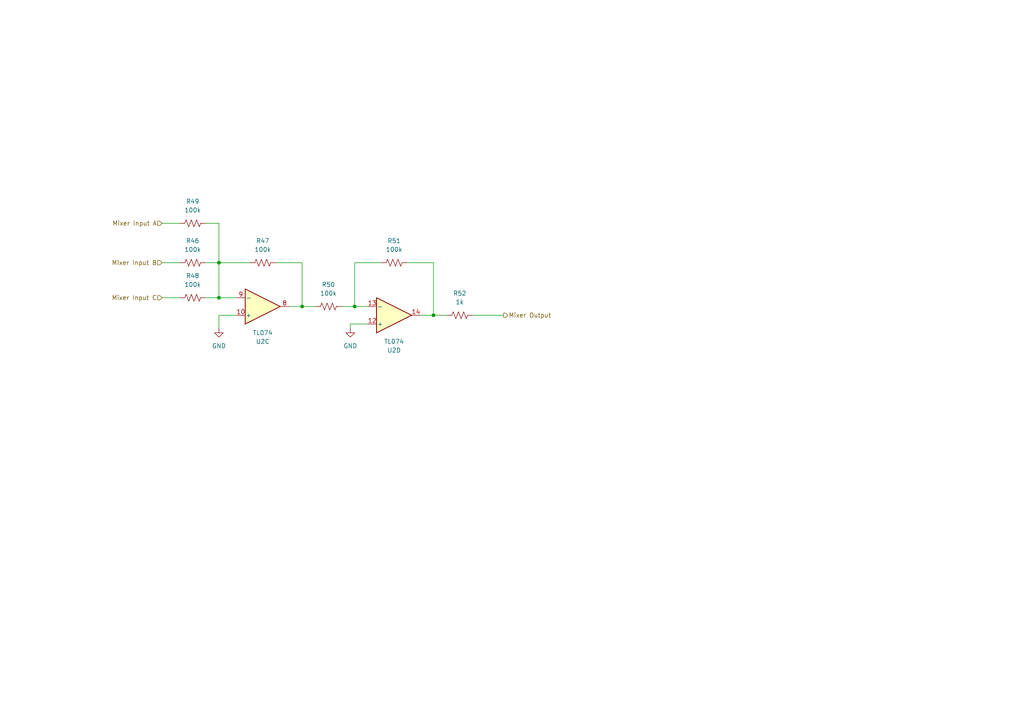
<source format=kicad_sch>
(kicad_sch (version 20250114) (generator "eeschema") (generator_version "9.0")
  (paper "A4")
  (title_block (comment 1 "PCB for 5 cm Kosmo format synthesizer module"))
  (lib_symbols
    (symbol "Amplifier_Operational:TL074" (pin_names (offset 0.127))
      (property "Reference" "U" (at 0 5.08 0))
      (property "Value" "TL074" (at 0 -5.08 0))
      (symbol "TL074_1_1"
        (polyline (pts (xy -5.08 5.08) (xy 5.08 0) (xy -5.08 -5.08) (xy -5.08 5.08)) (stroke (width 0.254)) (fill (type background)))
        (pin input line (at -7.62 2.54 0) (length 2.54) (name "+") (number "3"))
        (pin input line (at -7.62 -2.54 0) (length 2.54) (name "-") (number "2"))
        (pin output line (at 7.62 0 180) (length 2.54) (name "~") (number "1"))
      )
      (symbol "TL074_2_1"
        (polyline (pts (xy -5.08 5.08) (xy 5.08 0) (xy -5.08 -5.08) (xy -5.08 5.08)) (stroke (width 0.254)) (fill (type background)))
        (pin input line (at -7.62 2.54 0) (length 2.54) (name "+") (number "5"))
        (pin input line (at -7.62 -2.54 0) (length 2.54) (name "-") (number "6"))
        (pin output line (at 7.62 0 180) (length 2.54) (name "~") (number "7"))
      )
      (symbol "TL074_3_1"
        (polyline (pts (xy -5.08 5.08) (xy 5.08 0) (xy -5.08 -5.08) (xy -5.08 5.08)) (stroke (width 0.254)) (fill (type background)))
        (pin input line (at -7.62 2.54 0) (length 2.54) (name "+") (number "10"))
        (pin input line (at -7.62 -2.54 0) (length 2.54) (name "-") (number "9"))
        (pin output line (at 7.62 0 180) (length 2.54) (name "~") (number "8"))
      )
      (symbol "TL074_4_1"
        (polyline (pts (xy -5.08 5.08) (xy 5.08 0) (xy -5.08 -5.08) (xy -5.08 5.08)) (stroke (width 0.254)) (fill (type background)))
        (pin input line (at -7.62 2.54 0) (length 2.54) (name "+") (number "12"))
        (pin input line (at -7.62 -2.54 0) (length 2.54) (name "-") (number "13"))
        (pin output line (at 7.62 0 180) (length 2.54) (name "~") (number "14"))
      )
      (symbol "TL074_5_1"
        (pin power_in line (at -2.54 7.62 270) (length 3.81) (name "V+") (number "4"))
        (pin power_in line (at -2.54 -7.62 90) (length 3.81) (name "V-") (number "11"))
      )
    )
    (symbol "Device:R_US" (pin_numbers (hide yes)) (pin_names (offset 0))
      (property "Reference" "R" (at 2.54 0 90))
      (property "Value" "R_US" (at -2.54 0 90))
      (symbol "R_US_0_1"
        (polyline (pts (xy 0 2.286) (xy 0 2.54)))
        (polyline (pts (xy 0 2.286) (xy 1.016 1.905) (xy 0 1.524) (xy -1.016 1.143) (xy 0 0.762)))
        (polyline (pts (xy 0 0.762) (xy 1.016 0.381) (xy 0 0) (xy -1.016 -0.381) (xy 0 -0.762)))
        (polyline (pts (xy 0 -0.762) (xy 1.016 -1.143) (xy 0 -1.524) (xy -1.016 -1.905) (xy 0 -2.286)))
        (polyline (pts (xy 0 -2.286) (xy 0 -2.54)))
      )
      (symbol "R_US_1_1"
        (pin passive line (at 0 3.81 270) (length 1.27) (name "~") (number "1"))
        (pin passive line (at 0 -3.81 90) (length 1.27) (name "~") (number "2"))
      )
    )
    (symbol "power:GND" (power) (pin_numbers (hide yes)) (pin_names (offset 0) (hide yes))
      (property "Value" "GND" (at 0 -3.81 0))
      (symbol "GND_0_1"
        (polyline (pts (xy 0 0) (xy 0 -1.27) (xy 1.27 -1.27) (xy 0 -2.54) (xy -1.27 -1.27) (xy 0 -1.27)))
      )
      (symbol "GND_1_1"
        (pin power_in line (at 0 0 270) (length 0) (name "~") (number "1"))
      )
    )
  )
  (junction (at 125.73 91.44))
  (junction (at 63.5 86.36))
  (junction (at 87.63 88.9))
  (junction (at 63.5 76.2))
  (junction (at 102.87 88.9))
  (wire (pts (xy 99.06 88.9) (xy 102.87 88.9)))
  (wire (pts (xy 102.87 88.9) (xy 106.68 88.9)))
  (wire (pts (xy 87.63 88.9) (xy 91.44 88.9)))
  (wire (pts (xy 121.92 91.44) (xy 125.73 91.44)))
  (wire (pts (xy 46.99 76.2) (xy 52.07 76.2)))
  (wire (pts (xy 46.99 64.77) (xy 52.07 64.77)))
  (wire (pts (xy 63.5 64.77) (xy 63.5 76.2)))
  (wire (pts (xy 83.82 88.9) (xy 87.63 88.9)))
  (wire (pts (xy 59.69 86.36) (xy 63.5 86.36)))
  (wire (pts (xy 125.73 91.44) (xy 129.54 91.44)))
  (wire (pts (xy 46.99 86.36) (xy 52.07 86.36)))
  (wire (pts (xy 137.16 91.44) (xy 146.05 91.44)))
  (wire (pts (xy 106.68 93.98) (xy 101.6 93.98)))
  (wire (pts (xy 63.5 76.2) (xy 72.39 76.2)))
  (wire (pts (xy 63.5 76.2) (xy 63.5 86.36)))
  (wire (pts (xy 110.49 76.2) (xy 102.87 76.2)))
  (wire (pts (xy 63.5 91.44) (xy 68.58 91.44)))
  (wire (pts (xy 59.69 76.2) (xy 63.5 76.2)))
  (wire (pts (xy 125.73 76.2) (xy 125.73 91.44)))
  (wire (pts (xy 87.63 76.2) (xy 87.63 88.9)))
  (wire (pts (xy 101.6 93.98) (xy 101.6 95.25)))
  (wire (pts (xy 102.87 76.2) (xy 102.87 88.9)))
  (wire (pts (xy 118.11 76.2) (xy 125.73 76.2)))
  (wire (pts (xy 80.01 76.2) (xy 87.63 76.2)))
  (wire (pts (xy 63.5 86.36) (xy 68.58 86.36)))
  (wire (pts (xy 59.69 64.77) (xy 63.5 64.77)))
  (wire (pts (xy 63.5 91.44) (xy 63.5 95.25)))
  (hierarchical_label "Mixer Input A" (shape input) (at 46.99 64.77 180))
  (hierarchical_label "Mixer Output" (shape output) (at 146.05 91.44 0))
  (hierarchical_label "Mixer Input B" (shape input) (at 46.99 76.2 180))
  (hierarchical_label "Mixer Input C" (shape input) (at 46.99 86.36 180))
  (symbol (lib_id "power:GND") (at 101.6 95.25 0) (unit 1)
    (property "Reference" "#PWR033" (effects (hide yes)))
    (property "Value" "GND" (at 101.6 100.33 0))
    (property "Description" "Power symbol creates a global label with name \"GND\" , ground" (effects (hide yes)))
  )
  (symbol (lib_id "Amplifier_Operational:TL074") (at 76.2 88.9 0) (mirror x) (unit 3)
    (property "Reference" "U2" (at 76.2 99.06 0))
    (property "Value" "TL074" (at 76.2 96.52 0))
    (property "Footprint" "Package_DIP:DIP-14_W7.62mm_Socket" (effects (hide yes)))
    (property "Datasheet" "http://www.ti.com/lit/ds/symlink/tl071.pdf" (effects (hide yes)))
    (property "Description" "Quad Low-Noise JFET-Input Operational Amplifiers, DIP-14/SOIC-14" (effects (hide yes)))
  )
  (symbol (lib_id "power:GND") (at 63.5 95.25 0) (unit 1)
    (property "Reference" "#PWR032" (effects (hide yes)))
    (property "Value" "GND" (at 63.5 100.33 0))
    (property "Description" "Power symbol creates a global label with name \"GND\" , ground" (effects (hide yes)))
  )
  (symbol (lib_id "Device:R_US") (at 76.2 76.2 90) (unit 1)
    (property "Reference" "R47" (at 76.2 69.85 90))
    (property "Value" "100k" (at 76.2 72.39 90))
    (property "Footprint" "Resistor_THT:R_Axial_DIN0207_L6.3mm_D2.5mm_P2.54mm_Vertical" (effects (hide yes)))
    (property "Description" "Resistor, US symbol" (effects (hide yes)))
  )
  (symbol (lib_id "Amplifier_Operational:TL074") (at 114.3 91.44 0) (mirror x) (unit 4)
    (property "Reference" "U2" (at 114.3 101.6 0))
    (property "Value" "TL074" (at 114.3 99.06 0))
    (property "Footprint" "Package_DIP:DIP-14_W7.62mm_Socket" (effects (hide yes)))
    (property "Datasheet" "http://www.ti.com/lit/ds/symlink/tl071.pdf" (effects (hide yes)))
    (property "Description" "Quad Low-Noise JFET-Input Operational Amplifiers, DIP-14/SOIC-14" (effects (hide yes)))
  )
  (symbol (lib_id "Device:R_US") (at 55.88 64.77 90) (unit 1)
    (property "Reference" "R49" (at 55.88 58.42 90))
    (property "Value" "100k" (at 55.88 60.96 90))
    (property "Footprint" "Resistor_THT:R_Axial_DIN0207_L6.3mm_D2.5mm_P2.54mm_Vertical" (effects (hide yes)))
    (property "Description" "Resistor, US symbol" (effects (hide yes)))
  )
  (symbol (lib_id "Device:R_US") (at 114.3 76.2 90) (unit 1)
    (property "Reference" "R51" (at 114.3 69.85 90))
    (property "Value" "100k" (at 114.3 72.39 90))
    (property "Footprint" "Resistor_THT:R_Axial_DIN0207_L6.3mm_D2.5mm_P2.54mm_Vertical" (effects (hide yes)))
    (property "Description" "Resistor, US symbol" (effects (hide yes)))
  )
  (symbol (lib_id "Device:R_US") (at 133.35 91.44 90) (unit 1)
    (property "Reference" "R52" (at 133.35 85.09 90))
    (property "Value" "1k" (at 133.35 87.63 90))
    (property "Footprint" "Resistor_THT:R_Axial_DIN0207_L6.3mm_D2.5mm_P2.54mm_Vertical" (effects (hide yes)))
    (property "Description" "Resistor, US symbol" (effects (hide yes)))
  )
  (symbol (lib_id "Device:R_US") (at 55.88 76.2 90) (unit 1)
    (property "Reference" "R46" (at 55.88 69.85 90))
    (property "Value" "100k" (at 55.88 72.39 90))
    (property "Footprint" "Resistor_THT:R_Axial_DIN0207_L6.3mm_D2.5mm_P2.54mm_Vertical" (effects (hide yes)))
    (property "Description" "Resistor, US symbol" (effects (hide yes)))
  )
  (symbol (lib_id "Device:R_US") (at 55.88 86.36 90) (unit 1)
    (property "Reference" "R48" (at 55.88 80.01 90))
    (property "Value" "100k" (at 55.88 82.55 90))
    (property "Footprint" "Resistor_THT:R_Axial_DIN0207_L6.3mm_D2.5mm_P2.54mm_Vertical" (effects (hide yes)))
    (property "Description" "Resistor, US symbol" (effects (hide yes)))
  )
  (symbol (lib_id "Device:R_US") (at 95.25 88.9 90) (unit 1)
    (property "Reference" "R50" (at 95.25 82.55 90))
    (property "Value" "100k" (at 95.25 85.09 90))
    (property "Footprint" "Resistor_THT:R_Axial_DIN0207_L6.3mm_D2.5mm_P2.54mm_Vertical" (effects (hide yes)))
    (property "Description" "Resistor, US symbol" (effects (hide yes)))
  )
)
</source>
